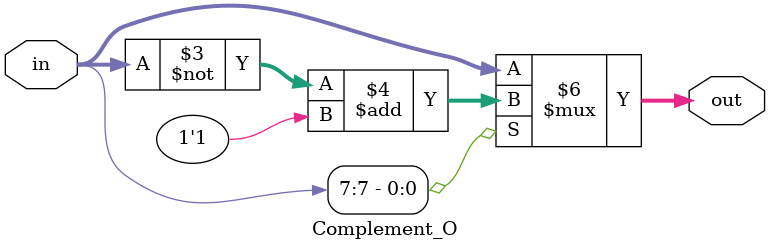
<source format=v>
module Complement_O
(
	input [7:0] in,
	output reg[7:0] out
);

always @(in)

	if (in[7]==0)
		out = in;
	else
		out = ~in + 1'b1;

endmodule

</source>
